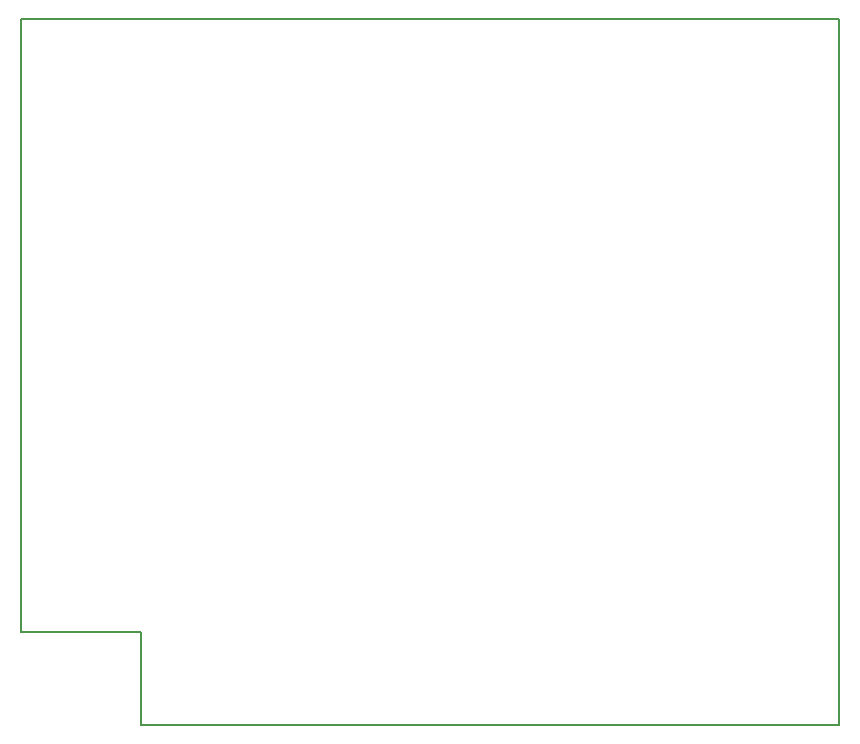
<source format=gbr>
G04 #@! TF.GenerationSoftware,KiCad,Pcbnew,(5.1.2)-2*
G04 #@! TF.CreationDate,2021-05-12T22:03:05+02:00*
G04 #@! TF.ProjectId,BeagleV Chew Toy,42656167-6c65-4562-9043-68657720546f,rev?*
G04 #@! TF.SameCoordinates,Original*
G04 #@! TF.FileFunction,Profile,NP*
%FSLAX46Y46*%
G04 Gerber Fmt 4.6, Leading zero omitted, Abs format (unit mm)*
G04 Created by KiCad (PCBNEW (5.1.2)-2) date 2021-05-12 22:03:05*
%MOMM*%
%LPD*%
G04 APERTURE LIST*
%ADD10C,0.150000*%
G04 APERTURE END LIST*
D10*
X125857000Y-130810000D02*
X136017000Y-130810000D01*
X136017000Y-130810000D02*
X136017000Y-138684000D01*
X136017000Y-138684000D02*
X195072000Y-138684000D01*
X195072000Y-138684000D02*
X195072000Y-78867000D01*
X195072000Y-78867000D02*
X125857000Y-78867000D01*
X125857000Y-78867000D02*
X125857000Y-130810000D01*
M02*

</source>
